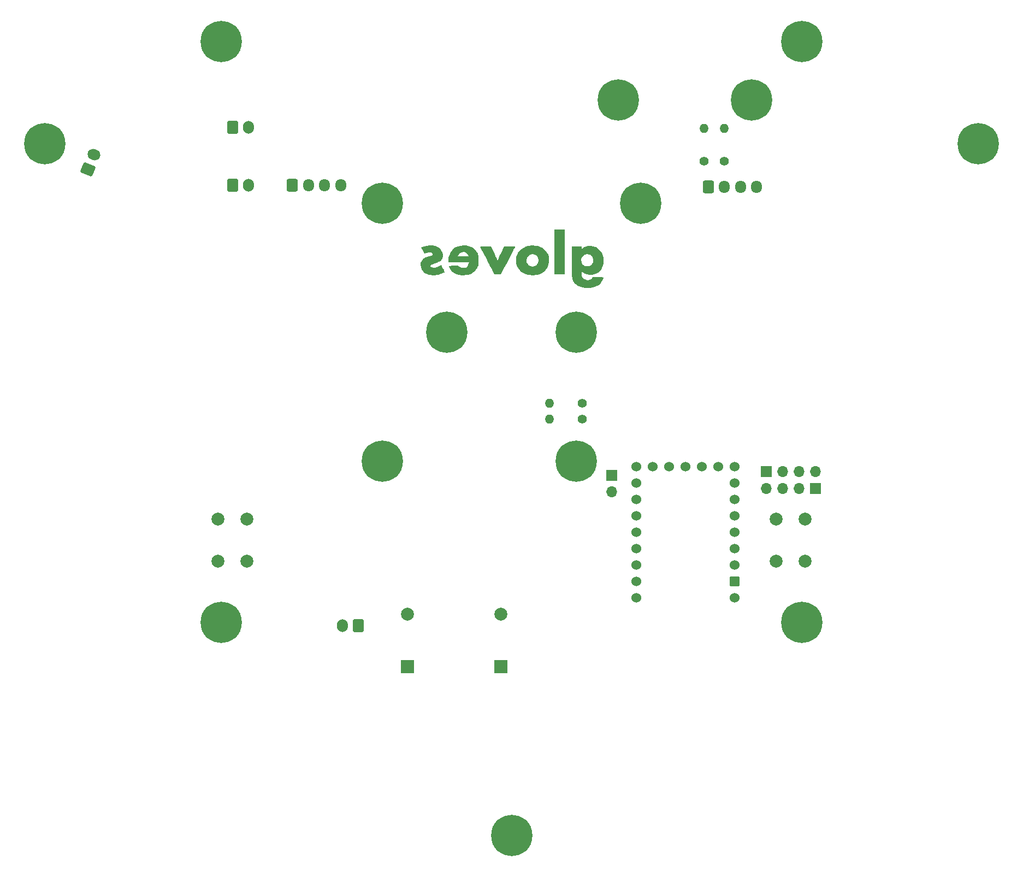
<source format=gbr>
%TF.GenerationSoftware,KiCad,Pcbnew,8.0.3*%
%TF.CreationDate,2024-06-18T01:56:10+08:00*%
%TF.ProjectId,imu-rounded,696d752d-726f-4756-9e64-65642e6b6963,rev?*%
%TF.SameCoordinates,Original*%
%TF.FileFunction,Soldermask,Bot*%
%TF.FilePolarity,Negative*%
%FSLAX46Y46*%
G04 Gerber Fmt 4.6, Leading zero omitted, Abs format (unit mm)*
G04 Created by KiCad (PCBNEW 8.0.3) date 2024-06-18 01:56:10*
%MOMM*%
%LPD*%
G01*
G04 APERTURE LIST*
G04 Aperture macros list*
%AMRoundRect*
0 Rectangle with rounded corners*
0 $1 Rounding radius*
0 $2 $3 $4 $5 $6 $7 $8 $9 X,Y pos of 4 corners*
0 Add a 4 corners polygon primitive as box body*
4,1,4,$2,$3,$4,$5,$6,$7,$8,$9,$2,$3,0*
0 Add four circle primitives for the rounded corners*
1,1,$1+$1,$2,$3*
1,1,$1+$1,$4,$5*
1,1,$1+$1,$6,$7*
1,1,$1+$1,$8,$9*
0 Add four rect primitives between the rounded corners*
20,1,$1+$1,$2,$3,$4,$5,0*
20,1,$1+$1,$4,$5,$6,$7,0*
20,1,$1+$1,$6,$7,$8,$9,0*
20,1,$1+$1,$8,$9,$2,$3,0*%
%AMHorizOval*
0 Thick line with rounded ends*
0 $1 width*
0 $2 $3 position (X,Y) of the first rounded end (center of the circle)*
0 $4 $5 position (X,Y) of the second rounded end (center of the circle)*
0 Add line between two ends*
20,1,$1,$2,$3,$4,$5,0*
0 Add two circle primitives to create the rounded ends*
1,1,$1,$2,$3*
1,1,$1,$4,$5*%
G04 Aperture macros list end*
%ADD10C,0.000000*%
%ADD11C,0.800000*%
%ADD12C,6.400000*%
%ADD13RoundRect,0.250000X0.600000X0.750000X-0.600000X0.750000X-0.600000X-0.750000X0.600000X-0.750000X0*%
%ADD14O,1.700000X2.000000*%
%ADD15R,2.000000X2.000000*%
%ADD16C,2.000000*%
%ADD17R,1.700000X1.700000*%
%ADD18O,1.700000X1.700000*%
%ADD19RoundRect,0.250000X0.470624X-0.837265X0.920152X0.275355X-0.470624X0.837265X-0.920152X-0.275355X0*%
%ADD20HorizOval,1.700000X-0.139078X0.056191X0.139078X-0.056191X0*%
%ADD21C,1.400000*%
%ADD22O,1.400000X1.400000*%
%ADD23RoundRect,0.250000X-0.600000X-0.725000X0.600000X-0.725000X0.600000X0.725000X-0.600000X0.725000X0*%
%ADD24O,1.700000X1.950000*%
%ADD25RoundRect,0.250000X-0.600000X-0.750000X0.600000X-0.750000X0.600000X0.750000X-0.600000X0.750000X0*%
%ADD26C,1.524000*%
%ADD27RoundRect,0.190500X0.571500X0.571500X-0.571500X0.571500X-0.571500X-0.571500X0.571500X-0.571500X0*%
G04 APERTURE END LIST*
D10*
%TO.C,G\u002A\u002A\u002A*%
G36*
X108213174Y-87562076D02*
G01*
X108213174Y-91034930D01*
X107427345Y-91034930D01*
X106641517Y-91034930D01*
X106641517Y-87562076D01*
X106641517Y-84089222D01*
X107427345Y-84089222D01*
X108213174Y-84089222D01*
X108213174Y-87562076D01*
G37*
G36*
X97143769Y-87422655D02*
G01*
X97215865Y-87574577D01*
X97394392Y-87950196D01*
X97535628Y-88246096D01*
X97643959Y-88471173D01*
X97723774Y-88634321D01*
X97779460Y-88744435D01*
X97815405Y-88810412D01*
X97835996Y-88841146D01*
X97845622Y-88845533D01*
X97853364Y-88831384D01*
X97897398Y-88740848D01*
X97974450Y-88578219D01*
X98078297Y-88356742D01*
X98202715Y-88089660D01*
X98341481Y-87790220D01*
X98821942Y-86750898D01*
X99689814Y-86737027D01*
X99921664Y-86734557D01*
X100175326Y-86735106D01*
X100376816Y-86739291D01*
X100509734Y-86746732D01*
X100557685Y-86757052D01*
X100552191Y-86773030D01*
X100506254Y-86871856D01*
X100413646Y-87059538D01*
X100274301Y-87336210D01*
X100088153Y-87702001D01*
X99855135Y-88157043D01*
X99575179Y-88701467D01*
X99248220Y-89335403D01*
X98874189Y-90058982D01*
X98369241Y-91034930D01*
X97848171Y-91034930D01*
X97327101Y-91034930D01*
X97173668Y-90743413D01*
X97159269Y-90716021D01*
X97069835Y-90545129D01*
X96950664Y-90316607D01*
X96815580Y-90056990D01*
X96678410Y-89792815D01*
X96536257Y-89518742D01*
X96302008Y-89067210D01*
X96106390Y-88690334D01*
X95944176Y-88378078D01*
X95810137Y-88120404D01*
X95699045Y-87907276D01*
X95605670Y-87728656D01*
X95524785Y-87574508D01*
X95451161Y-87434794D01*
X95379569Y-87299478D01*
X95305243Y-87156694D01*
X95216294Y-86977703D01*
X95155469Y-86844937D01*
X95132934Y-86779818D01*
X95133623Y-86776722D01*
X95194409Y-86754258D01*
X95354043Y-86738275D01*
X95613308Y-86728722D01*
X95972990Y-86725549D01*
X96813045Y-86725549D01*
X97143769Y-87422655D01*
G37*
G36*
X87760741Y-86596460D02*
G01*
X88176149Y-86678809D01*
X88544467Y-86819320D01*
X88846697Y-87016487D01*
X88940806Y-87106039D01*
X89136537Y-87370513D01*
X89269818Y-87673397D01*
X89337599Y-87993980D01*
X89336829Y-88311550D01*
X89264460Y-88605396D01*
X89117439Y-88854808D01*
X89060512Y-88916657D01*
X88910087Y-89037240D01*
X88711126Y-89142929D01*
X88446180Y-89242080D01*
X88097797Y-89343047D01*
X87888526Y-89403038D01*
X87637042Y-89497197D01*
X87482039Y-89592867D01*
X87420542Y-89693281D01*
X87449576Y-89801675D01*
X87566168Y-89921284D01*
X87640705Y-89967134D01*
X87851154Y-90019039D01*
X88114747Y-90006845D01*
X88415501Y-89932248D01*
X88737431Y-89796945D01*
X88797387Y-89766986D01*
X88959506Y-89689252D01*
X89075476Y-89638591D01*
X89123356Y-89624790D01*
X89164612Y-89687099D01*
X89237799Y-89821335D01*
X89325247Y-89997147D01*
X89416946Y-90192528D01*
X89502883Y-90385473D01*
X89573047Y-90553975D01*
X89617426Y-90676029D01*
X89626008Y-90729629D01*
X89567665Y-90767564D01*
X89428542Y-90835297D01*
X89241837Y-90914862D01*
X89034814Y-90995287D01*
X88834734Y-91065601D01*
X88668862Y-91114830D01*
X88432226Y-91155477D01*
X88116194Y-91177902D01*
X87778817Y-91177582D01*
X87460182Y-91154667D01*
X87200375Y-91109310D01*
X86977116Y-91040658D01*
X86596842Y-90860135D01*
X86297546Y-90621619D01*
X86081254Y-90327500D01*
X85949993Y-89980169D01*
X85905788Y-89582018D01*
X85930278Y-89283663D01*
X86026716Y-88983386D01*
X86199995Y-88736175D01*
X86275143Y-88664021D01*
X86430153Y-88552081D01*
X86629375Y-88452827D01*
X86891578Y-88357588D01*
X87235529Y-88257690D01*
X87756287Y-88117718D01*
X87756287Y-87942791D01*
X87719568Y-87789887D01*
X87605415Y-87686217D01*
X87419978Y-87642827D01*
X87169514Y-87661115D01*
X86860281Y-87742479D01*
X86706395Y-87787705D01*
X86577621Y-87811972D01*
X86514942Y-87805853D01*
X86496141Y-87777610D01*
X86435017Y-87672539D01*
X86346264Y-87512590D01*
X86241928Y-87319236D01*
X86004479Y-86873602D01*
X86170603Y-86804221D01*
X86421981Y-86713454D01*
X86864657Y-86612275D01*
X87317244Y-86573780D01*
X87760741Y-86596460D01*
G37*
G36*
X94898633Y-88389443D02*
G01*
X94903841Y-88595866D01*
X94904790Y-88880240D01*
X94904750Y-88973950D01*
X94902999Y-89232185D01*
X94895965Y-89419629D01*
X94880002Y-89559883D01*
X94851465Y-89676548D01*
X94806708Y-89793225D01*
X94742084Y-89933517D01*
X94705406Y-90007026D01*
X94454383Y-90379996D01*
X94128237Y-90694663D01*
X93739944Y-90940455D01*
X93302480Y-91106795D01*
X93220540Y-91125744D01*
X92943642Y-91163471D01*
X92617586Y-91180717D01*
X92279082Y-91177430D01*
X91964837Y-91153559D01*
X91711559Y-91109052D01*
X91697248Y-91105284D01*
X91273564Y-90949779D01*
X90922440Y-90725617D01*
X90637286Y-90427428D01*
X90411510Y-90049844D01*
X90265909Y-89742116D01*
X91005427Y-89728061D01*
X91744946Y-89714006D01*
X91918912Y-89866749D01*
X92063133Y-89976779D01*
X92215447Y-90044038D01*
X92399980Y-90069418D01*
X92649856Y-90061757D01*
X92666506Y-90060443D01*
X92939226Y-89998245D01*
X93147091Y-89861412D01*
X93294319Y-89645846D01*
X93385128Y-89347450D01*
X93420466Y-89159082D01*
X91810288Y-89159082D01*
X90200109Y-89159082D01*
X90230013Y-88735345D01*
X90250925Y-88533367D01*
X90324642Y-88203306D01*
X91685429Y-88203306D01*
X91710146Y-88213733D01*
X91820071Y-88226771D01*
X92002732Y-88237158D01*
X92241392Y-88244025D01*
X92519319Y-88246507D01*
X93353208Y-88246507D01*
X93302547Y-88101181D01*
X93280306Y-88045455D01*
X93127927Y-87827715D01*
X92892432Y-87658425D01*
X92885321Y-87654845D01*
X92691338Y-87602204D01*
X92458021Y-87598323D01*
X92229746Y-87639786D01*
X92050892Y-87723179D01*
X92019246Y-87748621D01*
X91908436Y-87859770D01*
X91800203Y-87993174D01*
X91718038Y-88117972D01*
X91685429Y-88203306D01*
X90324642Y-88203306D01*
X90355706Y-88064222D01*
X90531590Y-87645550D01*
X90772806Y-87289179D01*
X91073579Y-87006937D01*
X91251801Y-86892086D01*
X91643807Y-86718978D01*
X92082252Y-86610410D01*
X92543930Y-86569371D01*
X93005635Y-86598845D01*
X93444162Y-86701821D01*
X93542600Y-86736456D01*
X93942520Y-86921154D01*
X94266237Y-87157322D01*
X94529358Y-87458572D01*
X94747491Y-87838517D01*
X94764407Y-87874343D01*
X94822053Y-88003418D01*
X94861279Y-88116664D01*
X94885625Y-88237523D01*
X94886394Y-88246507D01*
X94898633Y-88389443D01*
G37*
G36*
X105823187Y-88762319D02*
G01*
X105808499Y-89182742D01*
X105727060Y-89570525D01*
X105536826Y-90005951D01*
X105265638Y-90385083D01*
X104920309Y-90699548D01*
X104506667Y-90944048D01*
X104030539Y-91113284D01*
X103981905Y-91124470D01*
X103740873Y-91158650D01*
X103444699Y-91177483D01*
X103129341Y-91180397D01*
X102830758Y-91166823D01*
X102584911Y-91136191D01*
X102264264Y-91044432D01*
X101911484Y-90886975D01*
X101580936Y-90687373D01*
X101312202Y-90466456D01*
X101291396Y-90445257D01*
X101061831Y-90158840D01*
X100867609Y-89821482D01*
X100826790Y-89735291D01*
X100759503Y-89581261D01*
X100717737Y-89449706D01*
X100695511Y-89309660D01*
X100686841Y-89130160D01*
X100685745Y-88880240D01*
X100685755Y-88876986D01*
X102332136Y-88876986D01*
X102337175Y-88992225D01*
X102363093Y-89172383D01*
X102403658Y-89301021D01*
X102408972Y-89310972D01*
X102543634Y-89494736D01*
X102722686Y-89658227D01*
X102905796Y-89764240D01*
X102971986Y-89786629D01*
X103254757Y-89825986D01*
X103521674Y-89781261D01*
X103760554Y-89665494D01*
X103959213Y-89491728D01*
X104105467Y-89273002D01*
X104187132Y-89022360D01*
X104192024Y-88752841D01*
X104107960Y-88477487D01*
X104016143Y-88315846D01*
X103834180Y-88119039D01*
X103601064Y-88001392D01*
X103301004Y-87952636D01*
X103151603Y-87947522D01*
X103003804Y-87957977D01*
X102885373Y-87997003D01*
X102755071Y-88073750D01*
X102708841Y-88105660D01*
X102496772Y-88313109D01*
X102372598Y-88567569D01*
X102332136Y-88876986D01*
X100685755Y-88876986D01*
X100685905Y-88830170D01*
X100689624Y-88590216D01*
X100702011Y-88416064D01*
X100728476Y-88277362D01*
X100774426Y-88143758D01*
X100845268Y-87984899D01*
X101070099Y-87599303D01*
X101386857Y-87243177D01*
X101778312Y-86955226D01*
X102245340Y-86734669D01*
X102310576Y-86710919D01*
X102464971Y-86661056D01*
X102610585Y-86628728D01*
X102774949Y-86610345D01*
X102985597Y-86602317D01*
X103270060Y-86601054D01*
X103398330Y-86601691D01*
X103647166Y-86606559D01*
X103832589Y-86619119D01*
X103981418Y-86643072D01*
X104120473Y-86682118D01*
X104276574Y-86739961D01*
X104397053Y-86790539D01*
X104825025Y-87026164D01*
X105189178Y-87319470D01*
X105478126Y-87659940D01*
X105680485Y-88037055D01*
X105772320Y-88348693D01*
X105822021Y-88752841D01*
X105823187Y-88762319D01*
G37*
G36*
X114286293Y-89066563D02*
G01*
X114243612Y-89450476D01*
X114118883Y-89893561D01*
X113915404Y-90272909D01*
X113632603Y-90589293D01*
X113269908Y-90843486D01*
X112826747Y-91036260D01*
X112523595Y-91110014D01*
X112124607Y-91134683D01*
X111736344Y-91084265D01*
X111389204Y-90960365D01*
X111256181Y-90887939D01*
X111109739Y-90795462D01*
X111019744Y-90722780D01*
X110944412Y-90652124D01*
X110887454Y-90643917D01*
X110858674Y-90722871D01*
X110851726Y-90895509D01*
X110878907Y-91196365D01*
X110973932Y-91479110D01*
X111140429Y-91695637D01*
X111381836Y-91852155D01*
X111577281Y-91918054D01*
X111843356Y-91943107D01*
X112094960Y-91901431D01*
X112307953Y-91797847D01*
X112458197Y-91637177D01*
X112544417Y-91491218D01*
X113395362Y-91491218D01*
X113653107Y-91491058D01*
X113914325Y-91493990D01*
X114092449Y-91507035D01*
X114197904Y-91537306D01*
X114241119Y-91591912D01*
X114232520Y-91677965D01*
X114182533Y-91802575D01*
X114101587Y-91972855D01*
X114039647Y-92090223D01*
X113795086Y-92417861D01*
X113473667Y-92700913D01*
X113090635Y-92927592D01*
X112661238Y-93086115D01*
X112517325Y-93114898D01*
X112255393Y-93143123D01*
X111949567Y-93157587D01*
X111632698Y-93157729D01*
X111337638Y-93142988D01*
X111097239Y-93112803D01*
X111037655Y-93100588D01*
X110663620Y-92981424D01*
X110304619Y-92799644D01*
X109982233Y-92570217D01*
X109718044Y-92308112D01*
X109533634Y-92028297D01*
X109496918Y-91946917D01*
X109456512Y-91835847D01*
X109423038Y-91708501D01*
X109395864Y-91555422D01*
X109374355Y-91367154D01*
X109357880Y-91134239D01*
X109345804Y-90847220D01*
X109337494Y-90496640D01*
X109332319Y-90073042D01*
X109329644Y-89566968D01*
X109328837Y-88968962D01*
X109328821Y-88850624D01*
X110824152Y-88850624D01*
X110825645Y-88961039D01*
X110842052Y-89132775D01*
X110885491Y-89267366D01*
X110966926Y-89407583D01*
X111108657Y-89574285D01*
X111321816Y-89719633D01*
X111398344Y-89750739D01*
X111689088Y-89809721D01*
X111974946Y-89784739D01*
X112236081Y-89682671D01*
X112452660Y-89510393D01*
X112604847Y-89274782D01*
X112638684Y-89173300D01*
X112671172Y-88925486D01*
X112653184Y-88669052D01*
X112585849Y-88452906D01*
X112559383Y-88407364D01*
X112443798Y-88258831D01*
X112305200Y-88125648D01*
X112280615Y-88106371D01*
X112146349Y-88021125D01*
X112000435Y-87975442D01*
X111798214Y-87954222D01*
X111661174Y-87951929D01*
X111400632Y-87994512D01*
X111181924Y-88113087D01*
X110977518Y-88319923D01*
X110904800Y-88417235D01*
X110852598Y-88524526D01*
X110829414Y-88656190D01*
X110824152Y-88850624D01*
X109328821Y-88850624D01*
X109328543Y-86725549D01*
X110089022Y-86725549D01*
X110849501Y-86725549D01*
X110849501Y-86930733D01*
X110849501Y-87135916D01*
X111043764Y-86979802D01*
X111166926Y-86891167D01*
X111510128Y-86725552D01*
X111890627Y-86637702D01*
X112289324Y-86627031D01*
X112687120Y-86692953D01*
X113064915Y-86834881D01*
X113403611Y-87052230D01*
X113421583Y-87066983D01*
X113749411Y-87388778D01*
X113994567Y-87750527D01*
X114173696Y-88176532D01*
X114192662Y-88235540D01*
X114252666Y-88445219D01*
X114284585Y-88624465D01*
X114293950Y-88817005D01*
X114290622Y-88925486D01*
X114286293Y-89066563D01*
G37*
%TD*%
D11*
%TO.C,H12*%
X107600000Y-120000000D03*
X108302944Y-118302944D03*
X108302944Y-121697056D03*
X110000000Y-117600000D03*
D12*
X110000000Y-120000000D03*
D11*
X110000000Y-122400000D03*
X111697056Y-118302944D03*
X111697056Y-121697056D03*
X112400000Y-120000000D03*
%TD*%
D13*
%TO.C,J2*%
X76250000Y-145525000D03*
D14*
X73750000Y-145525000D03*
%TD*%
D15*
%TO.C,U1*%
X83853000Y-151837800D03*
D16*
X83853000Y-143737800D03*
X98353000Y-143737800D03*
D15*
X98353000Y-151850000D03*
%TD*%
D17*
%TO.C,J9*%
X115500000Y-122225000D03*
D18*
X115500000Y-124765000D03*
%TD*%
D11*
%TO.C,H13*%
X77600000Y-120000000D03*
X78302944Y-118302944D03*
X78302944Y-121697056D03*
X80000000Y-117600000D03*
D12*
X80000000Y-120000000D03*
D11*
X80000000Y-122400000D03*
X81697056Y-118302944D03*
X81697056Y-121697056D03*
X82400000Y-120000000D03*
%TD*%
%TO.C,H5*%
X25279659Y-70780686D03*
X25982603Y-69083630D03*
X25982603Y-72477742D03*
X27679659Y-68380686D03*
D12*
X27679659Y-70780686D03*
D11*
X27679659Y-73180686D03*
X29376715Y-69083630D03*
X29376715Y-72477742D03*
X30079659Y-70780686D03*
%TD*%
D17*
%TO.C,J7*%
X139500000Y-121600000D03*
D18*
X142040000Y-121600000D03*
X144580000Y-121600000D03*
X147120000Y-121600000D03*
%TD*%
D19*
%TO.C,J6*%
X34293291Y-74809698D03*
D20*
X35229807Y-72491739D03*
%TD*%
D21*
%TO.C,R4*%
X129850000Y-73500000D03*
D22*
X129850000Y-68420000D03*
%TD*%
D21*
%TO.C,R1*%
X111000000Y-113500000D03*
D22*
X105920000Y-113500000D03*
%TD*%
D23*
%TO.C,J5*%
X66000000Y-77250000D03*
D24*
X68500000Y-77250000D03*
X71000000Y-77250000D03*
X73500000Y-77250000D03*
%TD*%
D11*
%TO.C,H7*%
X97600000Y-178000000D03*
X98302944Y-176302944D03*
X98302944Y-179697056D03*
X100000000Y-175600000D03*
D12*
X100000000Y-178000000D03*
D11*
X100000000Y-180400000D03*
X101697056Y-176302944D03*
X101697056Y-179697056D03*
X102400000Y-178000000D03*
%TD*%
D25*
%TO.C,J1*%
X56750000Y-77250000D03*
D14*
X59250000Y-77250000D03*
%TD*%
D11*
%TO.C,H4*%
X142600000Y-145000000D03*
X143302944Y-143302944D03*
X143302944Y-146697056D03*
X145000000Y-142600000D03*
D12*
X145000000Y-145000000D03*
D11*
X145000000Y-147400000D03*
X146697056Y-143302944D03*
X146697056Y-146697056D03*
X147400000Y-145000000D03*
%TD*%
%TO.C,H6*%
X169920341Y-70780686D03*
X170623285Y-69083630D03*
X170623285Y-72477742D03*
X172320341Y-68380686D03*
D12*
X172320341Y-70780686D03*
D11*
X172320341Y-73180686D03*
X174017397Y-69083630D03*
X174017397Y-72477742D03*
X174720341Y-70780686D03*
%TD*%
D17*
%TO.C,J8*%
X147120000Y-124200000D03*
D18*
X144580000Y-124200000D03*
X142040000Y-124200000D03*
X139500000Y-124200000D03*
%TD*%
D16*
%TO.C,SW1*%
X54500000Y-135500000D03*
X54500000Y-129000000D03*
X59000000Y-135500000D03*
X59000000Y-129000000D03*
%TD*%
D11*
%TO.C,H2*%
X142600000Y-55000000D03*
X143302944Y-53302944D03*
X143302944Y-56697056D03*
X145000000Y-52600000D03*
D12*
X145000000Y-55000000D03*
D11*
X145000000Y-57400000D03*
X146697056Y-53302944D03*
X146697056Y-56697056D03*
X147400000Y-55000000D03*
%TD*%
%TO.C,H15*%
X117600000Y-80000000D03*
X118302944Y-78302944D03*
X118302944Y-81697056D03*
X120000000Y-77600000D03*
D12*
X120000000Y-80000000D03*
D11*
X120000000Y-82400000D03*
X121697056Y-78302944D03*
X121697056Y-81697056D03*
X122400000Y-80000000D03*
%TD*%
%TO.C,H10*%
X114116715Y-64049803D03*
X114819659Y-62352747D03*
X114819659Y-65746859D03*
X116516715Y-61649803D03*
D12*
X116516715Y-64049803D03*
D11*
X116516715Y-66449803D03*
X118213771Y-62352747D03*
X118213771Y-65746859D03*
X118916715Y-64049803D03*
%TD*%
D21*
%TO.C,R3*%
X133000000Y-73500000D03*
D22*
X133000000Y-68420000D03*
%TD*%
D11*
%TO.C,H3*%
X52600000Y-145000000D03*
X53302944Y-143302944D03*
X53302944Y-146697056D03*
X55000000Y-142600000D03*
D12*
X55000000Y-145000000D03*
D11*
X55000000Y-147400000D03*
X56697056Y-143302944D03*
X56697056Y-146697056D03*
X57400000Y-145000000D03*
%TD*%
%TO.C,H8*%
X87600000Y-100000000D03*
X88302944Y-98302944D03*
X88302944Y-101697056D03*
X90000000Y-97600000D03*
D12*
X90000000Y-100000000D03*
D11*
X90000000Y-102400000D03*
X91697056Y-98302944D03*
X91697056Y-101697056D03*
X92400000Y-100000000D03*
%TD*%
D26*
%TO.C,U2*%
X119380000Y-141160000D03*
X119380000Y-138620000D03*
X119380000Y-136080000D03*
X119380000Y-133540000D03*
X119380000Y-131000000D03*
X119380000Y-128460000D03*
X119380000Y-125920000D03*
X119380000Y-123380000D03*
X119380000Y-120840000D03*
X121920000Y-120840000D03*
X124460000Y-120840000D03*
X127000000Y-120840000D03*
X129540000Y-120840000D03*
X132080000Y-120840000D03*
X134620000Y-120840000D03*
X134620000Y-123380000D03*
X134620000Y-125920000D03*
X134620000Y-128460000D03*
X134620000Y-131000000D03*
X134620000Y-133540000D03*
X134620000Y-136080000D03*
D27*
X134620000Y-138620000D03*
D26*
X134620000Y-141160000D03*
%TD*%
D11*
%TO.C,H11*%
X134836715Y-64049803D03*
X135539659Y-62352747D03*
X135539659Y-65746859D03*
X137236715Y-61649803D03*
D12*
X137236715Y-64049803D03*
D11*
X137236715Y-66449803D03*
X138933771Y-62352747D03*
X138933771Y-65746859D03*
X139636715Y-64049803D03*
%TD*%
%TO.C,H1*%
X52600000Y-55000000D03*
X53302944Y-53302944D03*
X53302944Y-56697056D03*
X55000000Y-52600000D03*
D12*
X55000000Y-55000000D03*
D11*
X55000000Y-57400000D03*
X56697056Y-53302944D03*
X56697056Y-56697056D03*
X57400000Y-55000000D03*
%TD*%
%TO.C,H14*%
X77600000Y-80000000D03*
X78302944Y-78302944D03*
X78302944Y-81697056D03*
X80000000Y-77600000D03*
D12*
X80000000Y-80000000D03*
D11*
X80000000Y-82400000D03*
X81697056Y-78302944D03*
X81697056Y-81697056D03*
X82400000Y-80000000D03*
%TD*%
D21*
%TO.C,R2*%
X111000000Y-111000000D03*
D22*
X105920000Y-111000000D03*
%TD*%
D23*
%TO.C,J4*%
X130500000Y-77500000D03*
D24*
X133000000Y-77500000D03*
X135500000Y-77500000D03*
X138000000Y-77500000D03*
%TD*%
D11*
%TO.C,H9*%
X107600000Y-100000000D03*
X108302944Y-98302944D03*
X108302944Y-101697056D03*
X110000000Y-97600000D03*
D12*
X110000000Y-100000000D03*
D11*
X110000000Y-102400000D03*
X111697056Y-98302944D03*
X111697056Y-101697056D03*
X112400000Y-100000000D03*
%TD*%
D16*
%TO.C,SW2*%
X145500000Y-129000000D03*
X145500000Y-135500000D03*
X141000000Y-129000000D03*
X141000000Y-135500000D03*
%TD*%
D25*
%TO.C,J3*%
X56750000Y-68250000D03*
D14*
X59250000Y-68250000D03*
%TD*%
M02*

</source>
